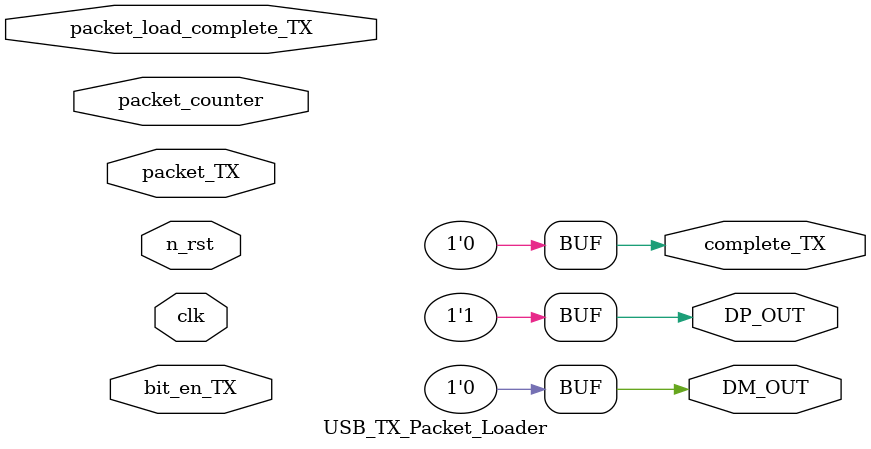
<source format=sv>
`timescale 1ns / 10ps

module USB_TX_Packet_Loader (
    input logic clk, n_rst,
    input logic bit_en_TX, packet_load_complete_TX,
    input logic [543:0] packet_TX,
    input logic [9:0] packet_counter,
    output logic complete_TX,
    output logic DP_OUT, DM_OUT
);

always_comb begin
    complete_TX = 1'b0;
    DP_OUT = 1'b1;
    DM_OUT = 1'b0;
end



endmodule


</source>
